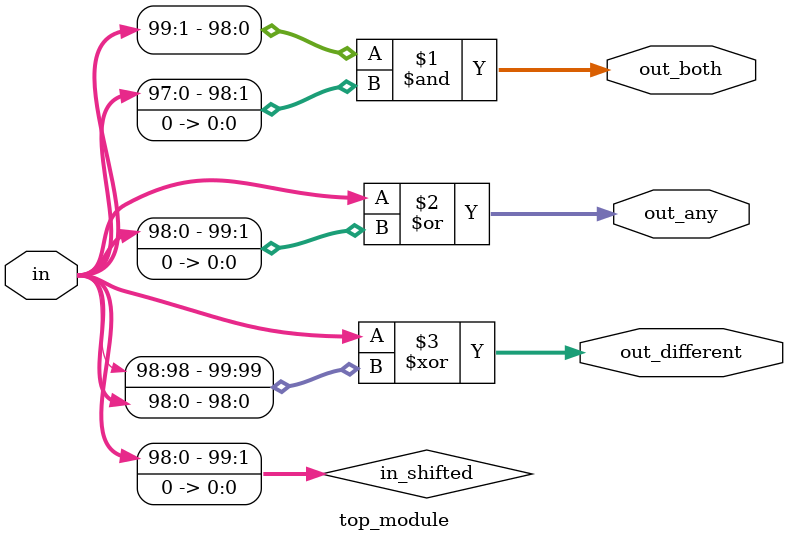
<source format=sv>
module top_module (
    input [99:0] in,
    output [98:0] out_both,
    output [99:0] out_any,
    output [99:0] out_different
);

    wire [99:0] in_shifted;
    
    assign in_shifted = {in[98:0], 1'b0}; // Shift in by one bit to the right, filling LSB with 0
    
    assign out_both = in[99:1] & in_shifted[98:0]; // Bit-wise AND operation
    assign out_any = in | in_shifted;              // Bit-wise OR operation
    assign out_different = in ^ {in_shifted[99], in[98:0]}; // Bit-wise XOR operation

endmodule

</source>
